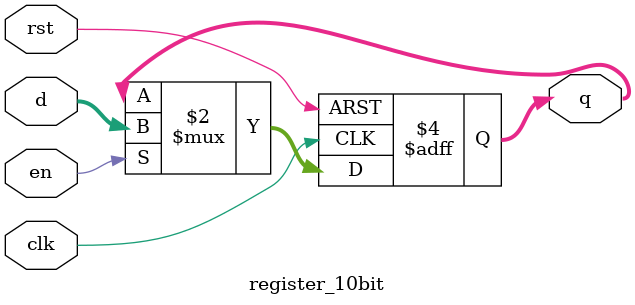
<source format=v>
module register_10bit(
                      input [9:0] d,
                      input clk,
                      input rst,
                      input en,
                      output reg [9:0] q
                      );
   always @(posedge clk or posedge rst) begin
      if(rst) q <= 0;
      else if(en) q <= d;
   end
endmodule // register_10bit

</source>
